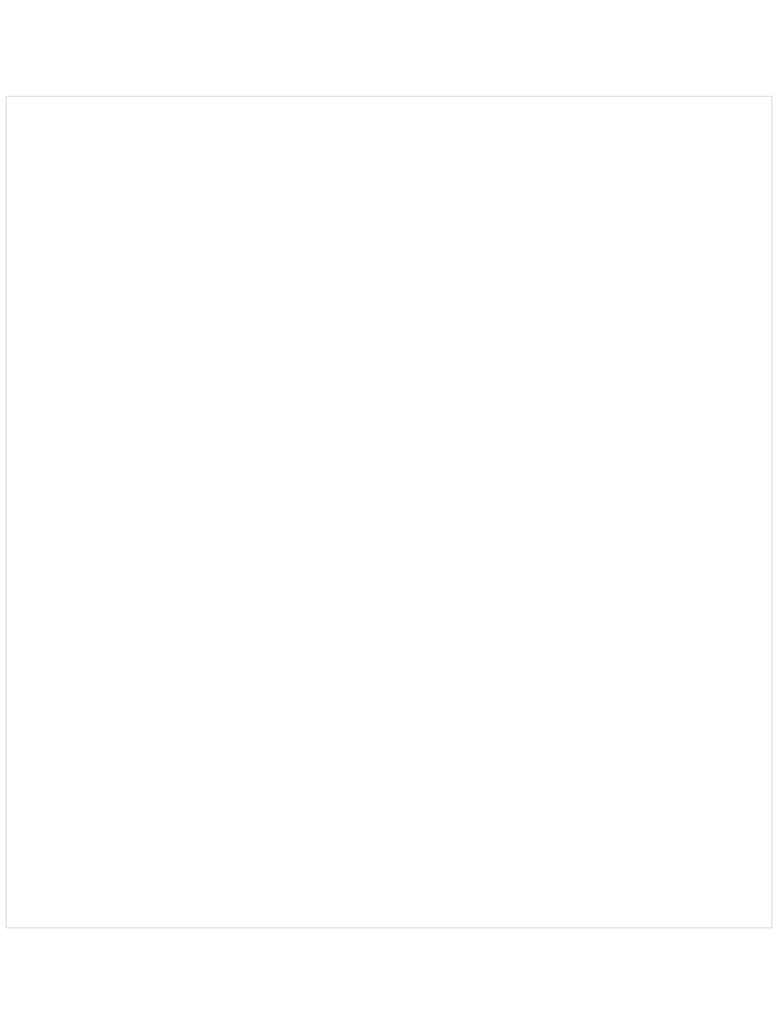
<source format=kicad_pcb>
(kicad_pcb (version 20211014) (generator pcbnew)

  (general
    (thickness 1.6)
  )

  (paper "A4")
  (layers
    (0 "F.Cu" signal)
    (31 "B.Cu" signal)
    (32 "B.Adhes" user "B.Adhesive")
    (33 "F.Adhes" user "F.Adhesive")
    (34 "B.Paste" user)
    (35 "F.Paste" user)
    (36 "B.SilkS" user "B.Silkscreen")
    (37 "F.SilkS" user "F.Silkscreen")
    (38 "B.Mask" user)
    (39 "F.Mask" user)
    (40 "Dwgs.User" user "User.Drawings")
    (41 "Cmts.User" user "User.Comments")
    (42 "Eco1.User" user "User.Eco1")
    (43 "Eco2.User" user "User.Eco2")
    (44 "Edge.Cuts" user)
    (45 "Margin" user)
    (46 "B.CrtYd" user "B.Courtyard")
    (47 "F.CrtYd" user "F.Courtyard")
    (48 "B.Fab" user)
    (49 "F.Fab" user)
    (50 "User.1" user)
    (51 "User.2" user)
    (52 "User.3" user)
    (53 "User.4" user)
    (54 "User.5" user)
    (55 "User.6" user)
    (56 "User.7" user)
    (57 "User.8" user)
    (58 "User.9" user)
  )

  (setup
    (pad_to_mask_clearance 0)
    (pcbplotparams
      (layerselection 0x00010fc_ffffffff)
      (disableapertmacros false)
      (usegerberextensions false)
      (usegerberattributes true)
      (usegerberadvancedattributes true)
      (creategerberjobfile true)
      (svguseinch false)
      (svgprecision 6)
      (excludeedgelayer true)
      (plotframeref false)
      (viasonmask false)
      (mode 1)
      (useauxorigin false)
      (hpglpennumber 1)
      (hpglpenspeed 20)
      (hpglpendiameter 15.000000)
      (dxfpolygonmode true)
      (dxfimperialunits true)
      (dxfusepcbnewfont true)
      (psnegative false)
      (psa4output false)
      (plotreference true)
      (plotvalue true)
      (plotinvisibletext false)
      (sketchpadsonfab false)
      (subtractmaskfromsilk false)
      (outputformat 1)
      (mirror false)
      (drillshape 1)
      (scaleselection 1)
      (outputdirectory "")
    )
  )

  (net 0 "")

  (gr_line (start 0.75 12.5) (end 0.75 120.85) (layer "Edge.Cuts") (width 0.1) (tstamp 1a09a7cb-78f5-4989-9bdf-8b4c4a8beb1d))
  (gr_line (start 100.55 120.85) (end 100.55 12.5) (layer "Edge.Cuts") (width 0.1) (tstamp 2aef071e-f380-49c0-b1ba-860b2a4bd684))
  (gr_line (start 0.75 120.85) (end 100.55 120.85) (layer "Edge.Cuts") (width 0.1) (tstamp 347e4106-0ad8-4579-9925-c65107fafee2))
  (gr_line (start 0.75 12.5) (end 100.55 12.5) (layer "Edge.Cuts") (width 0.1) (tstamp c8cb28f7-4e0d-49a3-8b9b-fcff4adac1d4))
  (gr_line (start 101.3 0) (end 101.3 133.35) (layer "User.1") (width 0.1) (tstamp 14be568d-2e52-4aed-b81b-dddc75cbdd07))
  (gr_line (start 0 133.35) (end 0 0) (layer "User.1") (width 0.1) (tstamp 159574a9-ecec-48bb-adb0-3dc9e65d4e79))
  (gr_line (start 0 0) (end 101.3 0) (layer "User.1") (width 0.1) (tstamp 7a879184-fad8-4feb-afb5-86fe8d34f1f7))
  (gr_line (start 101.3 133.35) (end 0 133.35) (layer "User.1") (width 0.1) (tstamp bc3f6e1f-c81e-4889-865a-0e223a5a22e2))

)

</source>
